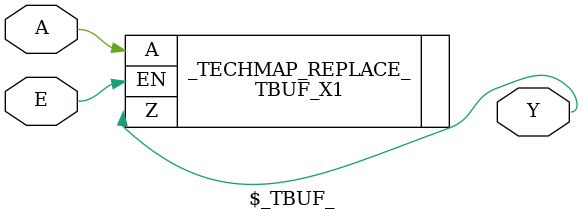
<source format=v>
module \$_TBUF_ (input A, input E, output Y);
  TBUF_X1 _TECHMAP_REPLACE_ (
    .A(A),
    .Z(Y),
    .EN(E));
endmodule

</source>
